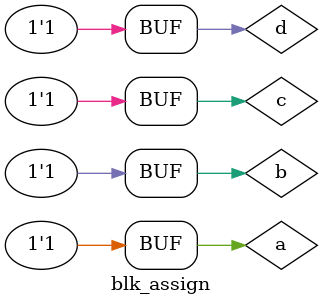
<source format=v>
module blk_assign();
	reg a,b,c,d;
	initial
		begin
		a=1'b1;
		b=1'b0;
		c=1'b1;
		d=1'b0;
		#5c=#5b;
		d=#5a;
		#5b=d;
		c<=#5b;
		#5d=1'b1;
		#5b<=d;
		end
		
endmodule


</source>
